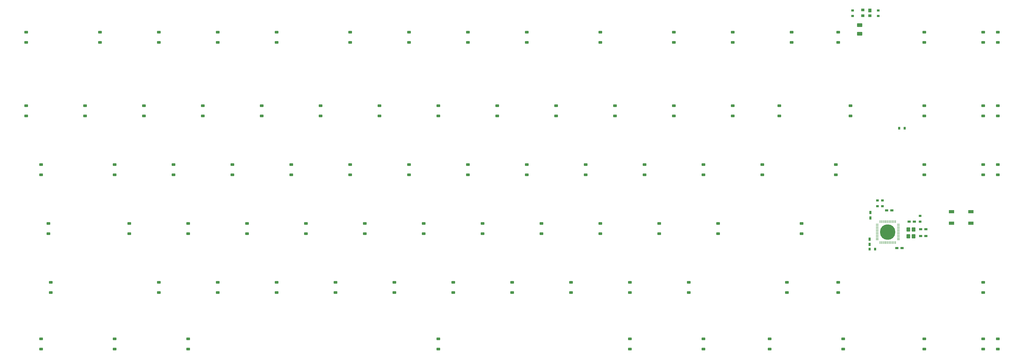
<source format=gbr>
%TF.GenerationSoftware,KiCad,Pcbnew,9.0.5*%
%TF.CreationDate,2025-11-02T19:53:54+09:00*%
%TF.ProjectId,Galatea_Old_Type_6u,47616c61-7465-4615-9f4f-6c645f547970,rev?*%
%TF.SameCoordinates,Original*%
%TF.FileFunction,Paste,Bot*%
%TF.FilePolarity,Positive*%
%FSLAX46Y46*%
G04 Gerber Fmt 4.6, Leading zero omitted, Abs format (unit mm)*
G04 Created by KiCad (PCBNEW 9.0.5) date 2025-11-02 19:53:54*
%MOMM*%
%LPD*%
G01*
G04 APERTURE LIST*
G04 Aperture macros list*
%AMRoundRect*
0 Rectangle with rounded corners*
0 $1 Rounding radius*
0 $2 $3 $4 $5 $6 $7 $8 $9 X,Y pos of 4 corners*
0 Add a 4 corners polygon primitive as box body*
4,1,4,$2,$3,$4,$5,$6,$7,$8,$9,$2,$3,0*
0 Add four circle primitives for the rounded corners*
1,1,$1+$1,$2,$3*
1,1,$1+$1,$4,$5*
1,1,$1+$1,$6,$7*
1,1,$1+$1,$8,$9*
0 Add four rect primitives between the rounded corners*
20,1,$1+$1,$2,$3,$4,$5,0*
20,1,$1+$1,$4,$5,$6,$7,0*
20,1,$1+$1,$6,$7,$8,$9,0*
20,1,$1+$1,$8,$9,$2,$3,0*%
G04 Aperture macros list end*
%ADD10RoundRect,0.225000X0.375000X-0.225000X0.375000X0.225000X-0.375000X0.225000X-0.375000X-0.225000X0*%
%ADD11R,0.900000X0.800000*%
%ADD12R,1.000000X0.750000*%
%ADD13R,1.000000X1.200000*%
%ADD14R,1.000000X0.900000*%
%ADD15C,5.000000*%
%ADD16O,0.250000X1.000000*%
%ADD17O,1.000000X0.250000*%
%ADD18R,0.750000X1.000000*%
%ADD19RoundRect,0.250000X0.350000X-0.450000X0.350000X0.450000X-0.350000X0.450000X-0.350000X-0.450000X0*%
%ADD20R,0.800000X0.900000*%
%ADD21R,1.800000X1.100000*%
%ADD22RoundRect,0.250000X0.625000X-0.375000X0.625000X0.375000X-0.625000X0.375000X-0.625000X-0.375000X0*%
G04 APERTURE END LIST*
D10*
%TO.C,D56*%
X126206250Y-158750000D03*
X126206250Y-155450000D03*
%TD*%
%TO.C,D65*%
X305593750Y-158750000D03*
X305593750Y-155450000D03*
%TD*%
D11*
%TO.C,RC3*%
X344000000Y-154800000D03*
X344000000Y-153000000D03*
%TD*%
D10*
%TO.C,D69*%
X135731250Y-177800000D03*
X135731250Y-174500000D03*
%TD*%
D12*
%TO.C,C7*%
X342100000Y-154800000D03*
X340400000Y-154800000D03*
%TD*%
D10*
%TO.C,D19*%
X73818750Y-120650000D03*
X73818750Y-117350000D03*
%TD*%
%TO.C,D73*%
X211931250Y-177800000D03*
X211931250Y-174500000D03*
%TD*%
%TO.C,D51*%
X364331250Y-139700000D03*
X364331250Y-136400000D03*
%TD*%
%TO.C,D9*%
X216693750Y-96837500D03*
X216693750Y-93537500D03*
%TD*%
%TO.C,D32*%
X321468750Y-120650000D03*
X321468750Y-117350000D03*
%TD*%
%TO.C,D62*%
X240506250Y-158750000D03*
X240506250Y-155450000D03*
%TD*%
%TO.C,D48*%
X292893750Y-139700000D03*
X292893750Y-136400000D03*
%TD*%
%TO.C,D55*%
X107156250Y-158750000D03*
X107156250Y-155450000D03*
%TD*%
%TO.C,D20*%
X92868750Y-120650000D03*
X92868750Y-117350000D03*
%TD*%
%TO.C,D26*%
X207168750Y-120650000D03*
X207168750Y-117350000D03*
%TD*%
D13*
%TO.C,U2*%
X327700000Y-86500000D03*
D14*
X327700000Y-88200000D03*
X325400000Y-88200000D03*
X325400000Y-86300000D03*
%TD*%
D10*
%TO.C,D78*%
X317500000Y-177800000D03*
X317500000Y-174500000D03*
%TD*%
%TO.C,D63*%
X259556250Y-158750000D03*
X259556250Y-155450000D03*
%TD*%
%TO.C,D41*%
X159543750Y-139700000D03*
X159543750Y-136400000D03*
%TD*%
D15*
%TO.C,U1*%
X333500000Y-158200000D03*
D16*
X331000000Y-154800000D03*
X331500000Y-154800000D03*
X332000000Y-154800000D03*
X332500000Y-154800000D03*
X333000000Y-154800000D03*
X333500000Y-154800000D03*
X334000000Y-154800000D03*
X334500000Y-154800000D03*
X335000000Y-154800000D03*
X335500000Y-154800000D03*
X336000000Y-154800000D03*
D17*
X336900000Y-155700000D03*
X336900000Y-156200000D03*
X336900000Y-156700000D03*
X336900000Y-157200000D03*
X336900000Y-157700000D03*
X336900000Y-158200000D03*
X336900000Y-158700000D03*
X336900000Y-159200000D03*
X336900000Y-159700000D03*
X336900000Y-160200000D03*
X336900000Y-160700000D03*
D16*
X336000000Y-161600000D03*
X335500000Y-161600000D03*
X335000000Y-161600000D03*
X334500000Y-161600000D03*
X334000000Y-161600000D03*
X333500000Y-161600000D03*
X333000000Y-161600000D03*
X332500000Y-161600000D03*
X332000000Y-161600000D03*
X331500000Y-161600000D03*
X331000000Y-161600000D03*
D17*
X330100000Y-160700000D03*
X330100000Y-160200000D03*
X330100000Y-159700000D03*
X330100000Y-159200000D03*
X330100000Y-158700000D03*
X330100000Y-158200000D03*
X330100000Y-157700000D03*
X330100000Y-157200000D03*
X330100000Y-156700000D03*
X330100000Y-156200000D03*
X330100000Y-155700000D03*
%TD*%
D10*
%TO.C,D40*%
X140493750Y-139700000D03*
X140493750Y-136400000D03*
%TD*%
D12*
%TO.C,C2*%
X344100000Y-159493750D03*
X345800000Y-159493750D03*
%TD*%
D10*
%TO.C,D74*%
X230981250Y-177800000D03*
X230981250Y-174500000D03*
%TD*%
%TO.C,D14*%
X317500000Y-96837500D03*
X317500000Y-93537500D03*
%TD*%
%TO.C,D37*%
X83343750Y-139700000D03*
X83343750Y-136400000D03*
%TD*%
%TO.C,D50*%
X345281250Y-139700000D03*
X345281250Y-136400000D03*
%TD*%
%TO.C,D59*%
X183356250Y-158750000D03*
X183356250Y-155450000D03*
%TD*%
D11*
%TO.C,RC5*%
X322100000Y-86500000D03*
X322100000Y-88300000D03*
%TD*%
D10*
%TO.C,D49*%
X316706250Y-139700000D03*
X316706250Y-136400000D03*
%TD*%
%TO.C,D11*%
X264318750Y-96837500D03*
X264318750Y-93537500D03*
%TD*%
D12*
%TO.C,C3*%
X344100000Y-157300000D03*
X345800000Y-157300000D03*
%TD*%
D10*
%TO.C,D7*%
X178593750Y-96837500D03*
X178593750Y-93537500D03*
%TD*%
D18*
%TO.C,C4*%
X327900000Y-153600000D03*
X327900000Y-151900000D03*
%TD*%
D10*
%TO.C,D84*%
X250031250Y-196056250D03*
X250031250Y-192756250D03*
%TD*%
D12*
%TO.C,C6*%
X338100000Y-163400000D03*
X336400000Y-163400000D03*
%TD*%
D10*
%TO.C,D53*%
X61912500Y-158750000D03*
X61912500Y-155450000D03*
%TD*%
%TO.C,D6*%
X159543750Y-96837500D03*
X159543750Y-93537500D03*
%TD*%
D19*
%TO.C,Y1*%
X340156250Y-159562500D03*
X340156250Y-157362500D03*
X341856250Y-157362500D03*
X341856250Y-159562500D03*
%TD*%
D10*
%TO.C,D86*%
X295275000Y-196056250D03*
X295275000Y-192756250D03*
%TD*%
%TO.C,D77*%
X300831250Y-177800000D03*
X300831250Y-174500000D03*
%TD*%
%TO.C,D24*%
X169068750Y-120650000D03*
X169068750Y-117350000D03*
%TD*%
%TO.C,D28*%
X245268750Y-120650000D03*
X245268750Y-117350000D03*
%TD*%
%TO.C,D4*%
X116681250Y-96837500D03*
X116681250Y-93537500D03*
%TD*%
%TO.C,D16*%
X364331250Y-96837500D03*
X364331250Y-93537500D03*
%TD*%
%TO.C,D46*%
X254793750Y-139700000D03*
X254793750Y-136400000D03*
%TD*%
%TO.C,D81*%
X83343750Y-196056250D03*
X83343750Y-192756250D03*
%TD*%
%TO.C,D36*%
X59531250Y-139700000D03*
X59531250Y-136400000D03*
%TD*%
%TO.C,D47*%
X273843750Y-139700000D03*
X273843750Y-136400000D03*
%TD*%
%TO.C,D22*%
X130968750Y-120650000D03*
X130968750Y-117350000D03*
%TD*%
%TO.C,D90*%
X369093750Y-196056250D03*
X369093750Y-192756250D03*
%TD*%
%TO.C,D83*%
X188118750Y-196056250D03*
X188118750Y-192756250D03*
%TD*%
%TO.C,D64*%
X278606250Y-158750000D03*
X278606250Y-155450000D03*
%TD*%
%TO.C,D57*%
X145256250Y-158750000D03*
X145256250Y-155450000D03*
%TD*%
%TO.C,D89*%
X364331250Y-196056250D03*
X364331250Y-192756250D03*
%TD*%
%TO.C,D31*%
X298450000Y-120650000D03*
X298450000Y-117350000D03*
%TD*%
%TO.C,D60*%
X202406250Y-158750000D03*
X202406250Y-155450000D03*
%TD*%
%TO.C,D61*%
X221456250Y-158750000D03*
X221456250Y-155450000D03*
%TD*%
%TO.C,D54*%
X88106250Y-158750000D03*
X88106250Y-155450000D03*
%TD*%
%TO.C,D27*%
X226218750Y-120650000D03*
X226218750Y-117350000D03*
%TD*%
%TO.C,D43*%
X197643750Y-139700000D03*
X197643750Y-136400000D03*
%TD*%
%TO.C,D42*%
X178593750Y-139700000D03*
X178593750Y-136400000D03*
%TD*%
%TO.C,D12*%
X283368750Y-96837500D03*
X283368750Y-93537500D03*
%TD*%
%TO.C,D52*%
X369093750Y-139700000D03*
X369093750Y-136400000D03*
%TD*%
%TO.C,D33*%
X345281250Y-120650000D03*
X345281250Y-117350000D03*
%TD*%
%TO.C,D87*%
X319087500Y-196056250D03*
X319087500Y-192756250D03*
%TD*%
%TO.C,D72*%
X192881250Y-177800000D03*
X192881250Y-174500000D03*
%TD*%
%TO.C,D80*%
X59531250Y-196056250D03*
X59531250Y-192756250D03*
%TD*%
D20*
%TO.C,RLED1*%
X337200000Y-124600000D03*
X339000000Y-124600000D03*
%TD*%
D10*
%TO.C,D17*%
X369093750Y-96837500D03*
X369093750Y-93537500D03*
%TD*%
%TO.C,D1*%
X54768750Y-96837500D03*
X54768750Y-93537500D03*
%TD*%
%TO.C,D82*%
X107156250Y-196056250D03*
X107156250Y-192756250D03*
%TD*%
%TO.C,D23*%
X150018750Y-120650000D03*
X150018750Y-117350000D03*
%TD*%
%TO.C,D25*%
X188118750Y-120650000D03*
X188118750Y-117350000D03*
%TD*%
%TO.C,D58*%
X164306250Y-158750000D03*
X164306250Y-155450000D03*
%TD*%
%TO.C,D21*%
X111918750Y-120650000D03*
X111918750Y-117350000D03*
%TD*%
D21*
%TO.C,SW1*%
X354162500Y-155306250D03*
X360362500Y-151606250D03*
X354162500Y-151606250D03*
X360362500Y-155306250D03*
%TD*%
D10*
%TO.C,D39*%
X121443750Y-139700000D03*
X121443750Y-136400000D03*
%TD*%
D18*
%TO.C,C5*%
X327600000Y-160500000D03*
X327600000Y-162200000D03*
%TD*%
D10*
%TO.C,D15*%
X345281250Y-96837500D03*
X345281250Y-93537500D03*
%TD*%
%TO.C,D79*%
X364331250Y-177800000D03*
X364331250Y-174500000D03*
%TD*%
D11*
%TO.C,RC4*%
X330400000Y-88300000D03*
X330400000Y-86500000D03*
%TD*%
D10*
%TO.C,D13*%
X302418750Y-96837500D03*
X302418750Y-93537500D03*
%TD*%
%TO.C,D75*%
X250031250Y-177800000D03*
X250031250Y-174500000D03*
%TD*%
D20*
%TO.C,RC6*%
X329400000Y-163700000D03*
X327600000Y-163700000D03*
%TD*%
D10*
%TO.C,D66*%
X62706250Y-177800000D03*
X62706250Y-174500000D03*
%TD*%
%TO.C,D71*%
X173831250Y-177800000D03*
X173831250Y-174500000D03*
%TD*%
%TO.C,D45*%
X235743750Y-139700000D03*
X235743750Y-136400000D03*
%TD*%
%TO.C,D2*%
X78581250Y-96837500D03*
X78581250Y-93537500D03*
%TD*%
%TO.C,D5*%
X135731250Y-96837500D03*
X135731250Y-93537500D03*
%TD*%
D12*
%TO.C,C1*%
X334800000Y-151200000D03*
X333100000Y-151200000D03*
%TD*%
D10*
%TO.C,D44*%
X216693750Y-139700000D03*
X216693750Y-136400000D03*
%TD*%
%TO.C,D34*%
X364331250Y-120650000D03*
X364331250Y-117350000D03*
%TD*%
%TO.C,D68*%
X116681250Y-177800000D03*
X116681250Y-174500000D03*
%TD*%
D11*
%TO.C,RC1*%
X330200000Y-149800000D03*
X330200000Y-148000000D03*
%TD*%
D10*
%TO.C,D70*%
X154781250Y-177800000D03*
X154781250Y-174500000D03*
%TD*%
%TO.C,D76*%
X269081250Y-177800000D03*
X269081250Y-174500000D03*
%TD*%
%TO.C,D88*%
X345281250Y-196056250D03*
X345281250Y-192756250D03*
%TD*%
%TO.C,D10*%
X240506250Y-96837500D03*
X240506250Y-93537500D03*
%TD*%
D11*
%TO.C,RC2*%
X331800000Y-148000000D03*
X331800000Y-149800000D03*
%TD*%
D10*
%TO.C,D8*%
X197643750Y-96837500D03*
X197643750Y-93537500D03*
%TD*%
%TO.C,D35*%
X369093750Y-120650000D03*
X369093750Y-117350000D03*
%TD*%
%TO.C,D38*%
X102393750Y-139700000D03*
X102393750Y-136400000D03*
%TD*%
%TO.C,D67*%
X97631250Y-177800000D03*
X97631250Y-174500000D03*
%TD*%
%TO.C,D3*%
X97631250Y-96837500D03*
X97631250Y-93537500D03*
%TD*%
%TO.C,D18*%
X54768750Y-120650000D03*
X54768750Y-117350000D03*
%TD*%
%TO.C,D30*%
X283368750Y-120650000D03*
X283368750Y-117350000D03*
%TD*%
D22*
%TO.C,F1*%
X324400000Y-94000000D03*
X324400000Y-91200000D03*
%TD*%
D10*
%TO.C,D29*%
X264318750Y-120650000D03*
X264318750Y-117350000D03*
%TD*%
%TO.C,D85*%
X273843750Y-196056250D03*
X273843750Y-192756250D03*
%TD*%
M02*

</source>
